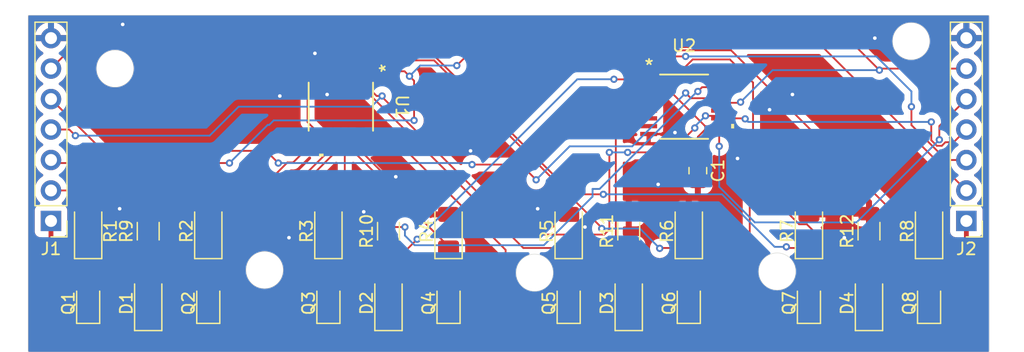
<source format=kicad_pcb>
(kicad_pcb (version 20221018) (generator pcbnew)
  (title_block (rev "1"))
  (layers (0 "F.Cu" signal "Front") (1 "In1.Cu" signal) (2 "In2.Cu" signal) (31 "B.Cu" signal "Back") (34 "B.Paste" user) (35 "F.Paste" user) (36 "B.SilkS" user "B.Silkscreen") (37 "F.SilkS" user "F.Silkscreen") (38 "B.Mask" user) (39 "F.Mask" user) (44 "Edge.Cuts" user))
  (net 0 "")
  (net 2 "Net-(D1-K)")
  (net 3 "Net-(D1-A)")
  (net 4 "Net-(D2-K)")
  (net 5 "Net-(D2-A)")
  (net 6 "Net-(D3-K)")
  (net 7 "Net-(D3-A)")
  (net 8 "Net-(D4-K)")
  (net 9 "Net-(D4-A)")
  (net 10 "VCC")
  (net 11 "Net-(J1-Pin_2)")
  (net 12 "Net-(J1-Pin_3)")
  (net 13 "Net-(J1-Pin_4)")
  (net 14 "Net-(J1-Pin_5)")
  (net 15 "Net-(J1-Pin_6)")
  (net 16 "GND")
  (net 17 "Net-(J2-Pin_2)")
  (net 18 "Net-(J2-Pin_5)")
  (net 19 "Net-(Q1-E)")
  (net 20 "Net-(Q2-E)")
  (net 21 "Net-(Q3-E)")
  (net 22 "Net-(Q4-E)")
  (net 23 "Net-(Q5-E)")
  (net 24 "Net-(Q6-E)")
  (net 25 "Net-(Q7-E)")
  (net 26 "Net-(Q8-E)")
  (footprint "Connector_PinHeader_2.54mm:PinHeader_1x07_P2.54mm_Vertical" (layer "F.Cu") (at 102.235 113.665 180)
    (fp_text reference "J1" (at 0 -2.33) (layer "F.SilkS"))
    (fp_text value "Conn_Input")
    (fp_line (start -1.33 -1.33) (end 0 -1.33) (stroke (width 0.12)) (layer "F.SilkS"))
    (fp_line (start -1.33 0) (end -1.33 -1.33) (stroke (width 0.12)) (layer "F.SilkS"))
    (fp_line (start -1.33 1.27) (end -1.33 16.57) (stroke (width 0.12)) (layer "F.SilkS"))
    (fp_line (start -1.33 1.27) (end 1.33 1.27) (stroke (width 0.12)) (layer "F.SilkS"))
    (fp_line (start -1.33 16.57) (end 1.33 16.57) (stroke (width 0.12)) (layer "F.SilkS"))
    (fp_line (start 1.33 1.27) (end 1.33 16.57) (stroke (width 0.12)) (layer "F.SilkS"))
    (pad "1" thru_hole rect (at 0 0 180) (size 1.7 1.7) (drill 1) (layers "*.Cu" "*.Mask") (net 10 "VCC"))
    (pad "2" thru_hole oval (at 0 2.54 180) (size 1.7 1.7) (drill 1) (layers "*.Cu" "*.Mask") (net 11 "Net-(J1-Pin_2)"))
    (pad "3" thru_hole oval (at 0 5.08 180) (size 1.7 1.7) (drill 1) (layers "*.Cu" "*.Mask") (net 12 "Net-(J1-Pin_3)"))
    (pad "4" thru_hole oval (at 0 7.62 180) (size 1.7 1.7) (drill 1) (layers "*.Cu" "*.Mask") (net 13 "Net-(J1-Pin_4)"))
    (pad "5" thru_hole oval (at 0 10.16 180) (size 1.7 1.7) (drill 1) (layers "*.Cu" "*.Mask") (net 14 "Net-(J1-Pin_5)"))
    (pad "6" thru_hole oval (at 0 12.7 180) (size 1.7 1.7) (drill 1) (layers "*.Cu" "*.Mask") (net 15 "Net-(J1-Pin_6)"))
    (pad "7" thru_hole oval (at 0 15.24 180) (size 1.7 1.7) (drill 1) (layers "*.Cu" "*.Mask") (net 16 "GND"))
  )
  (footprint "Diode_SMD:D_1206_3216Metric" (layer "F.Cu") (at 135.33 114.52 90)
    (fp_text reference "R4" (at 0 -1.82 90) (layer "F.SilkS"))
    (fp_text value "R_US")
    (fp_line (start -2.285 -1.135) (end -2.285 1.135) (stroke (width 0.12)) (layer "F.SilkS"))
    (fp_line (start -2.285 1.135) (end 1.6 1.135) (stroke (width 0.12)) (layer "F.SilkS"))
    (fp_line (start 1.6 -1.135) (end -2.285 -1.135) (stroke (width 0.12)) (layer "F.SilkS"))
    (pad "1" smd roundrect (at -1.4 0 90) (size 1.25 1.75) (layers "F.Cu" "F.Paste" "F.Mask") (roundrect_rratio 0.2) (net 22 "Net-(Q4-E)"))
    (pad "2" smd roundrect (at 1.4 0 90) (size 1.25 1.75) (layers "F.Cu" "F.Paste" "F.Mask") (roundrect_rratio 0.2) (net 16 "GND"))
  )
  (footprint "Diode_SMD:D_0805_2012Metric" (layer "F.Cu") (at 125.33 120.52 90)
    (fp_text reference "Q3" (at 0 -1.65 90) (layer "F.SilkS"))
    (fp_text value "B17L1PT")
    (fp_line (start -1.685 -0.96) (end -1.685 0.96) (stroke (width 0.12)) (layer "F.SilkS"))
    (fp_line (start -1.685 0.96) (end 1 0.96) (stroke (width 0.12)) (layer "F.SilkS"))
    (fp_line (start 1 -0.96) (end -1.685 -0.96) (stroke (width 0.12)) (layer "F.SilkS"))
    (pad "1" smd roundrect (at -0.9375 0 90) (size 0.975 1.4) (layers "F.Cu" "F.Paste" "F.Mask") (net 10 "VCC"))
    (pad "2" smd roundrect (at 0.9375 0 90) (size 0.975 1.4) (layers "F.Cu" "F.Paste" "F.Mask") (net 21 "Net-(Q3-E)"))
  )
  (footprint "Capacitor_SMD:C_0805_2012Metric" (layer "F.Cu") (at 156.083 109.474 -90)
    (fp_text reference "C1" (at 0 -1.68 90) (layer "F.SilkS"))
    (fp_text value "100nF")
    (fp_line (start -0.261252 -0.735) (end 0.261252 -0.735) (stroke (width 0.12)) (layer "F.SilkS"))
    (fp_line (start -0.261252 0.735) (end 0.261252 0.735) (stroke (width 0.12)) (layer "F.SilkS"))
    (pad "1" smd roundrect (at -0.95 0 270) (size 1 1.45) (layers "F.Cu" "F.Paste" "F.Mask") (net 10 "VCC"))
    (pad "2" smd roundrect (at 0.95 0 270) (size 1 1.45) (layers "F.Cu" "F.Paste" "F.Mask") (net 16 "GND"))
  )
  (footprint "Diode_SMD:D_1206_3216Metric" (layer "F.Cu") (at 165.33 114.52 90)
    (fp_text reference "R7" (at 0 -1.82 90) (layer "F.SilkS"))
    (fp_text value "R_US")
    (fp_line (start -2.285 -1.135) (end -2.285 1.135) (stroke (width 0.12)) (layer "F.SilkS"))
    (fp_line (start -2.285 1.135) (end 1.6 1.135) (stroke (width 0.12)) (layer "F.SilkS"))
    (fp_line (start 1.6 -1.135) (end -2.285 -1.135) (stroke (width 0.12)) (layer "F.SilkS"))
    (pad "1" smd roundrect (at -1.4 0 90) (size 1.25 1.75) (layers "F.Cu" "F.Paste" "F.Mask") (roundrect_rratio 0.2) (net 25 "Net-(Q7-E)"))
    (pad "2" smd roundrect (at 1.4 0 90) (size 1.25 1.75) (layers "F.Cu" "F.Paste" "F.Mask") (roundrect_rratio 0.2) (net 16 "GND"))
  )
  (footprint "Resistor_SMD:R_1206_3216Metric" (layer "F.Cu") (at 150.33 114.52 90)
    (fp_text reference "R11" (at 0 -1.82 90) (layer "F.SilkS"))
    (fp_text value "165")
    (fp_line (start -0.727064 -0.91) (end 0.727064 -0.91) (stroke (width 0.12)) (layer "F.SilkS"))
    (fp_line (start -0.727064 0.91) (end 0.727064 0.91) (stroke (width 0.12)) (layer "F.SilkS"))
    (pad "1" smd roundrect (at -1.4625 0 90) (size 1.125 1.75) (layers "F.Cu" "F.Paste" "F.Mask") (roundrect_rratio 0.222222) (net 6 "Net-(D3-K)"))
    (pad "2" smd roundrect (at 1.4625 0 90) (size 1.125 1.75) (layers "F.Cu" "F.Paste" "F.Mask") (roundrect_rratio 0.222222) (net 16 "GND"))
  )
  (footprint "Diode_SMD:D_0805_2012Metric" (layer "F.Cu") (at 115.33 120.52 90)
    (fp_text reference "Q2" (at 0 -1.65 90) (layer "F.SilkS"))
    (fp_text value "B17L1PT")
    (fp_line (start -1.685 -0.96) (end -1.685 0.96) (stroke (width 0.12)) (layer "F.SilkS"))
    (fp_line (start -1.685 0.96) (end 1 0.96) (stroke (width 0.12)) (layer "F.SilkS"))
    (fp_line (start 1 -0.96) (end -1.685 -0.96) (stroke (width 0.12)) (layer "F.SilkS"))
    (pad "1" smd roundrect (at -0.9375 0 90) (size 0.975 1.4) (layers "F.Cu" "F.Paste" "F.Mask") (net 10 "VCC"))
    (pad "2" smd roundrect (at 0.9375 0 90) (size 0.975 1.4) (layers "F.Cu" "F.Paste" "F.Mask") (net 20 "Net-(Q2-E)"))
  )
  (footprint "Diode_SMD:D_1206_3216Metric" (layer "F.Cu") (at 175.33 114.52 90)
    (fp_text reference "R8" (at 0 -1.82 90) (layer "F.SilkS"))
    (fp_text value "R_US")
    (fp_line (start -2.285 -1.135) (end -2.285 1.135) (stroke (width 0.12)) (layer "F.SilkS"))
    (fp_line (start -2.285 1.135) (end 1.6 1.135) (stroke (width 0.12)) (layer "F.SilkS"))
    (fp_line (start 1.6 -1.135) (end -2.285 -1.135) (stroke (width 0.12)) (layer "F.SilkS"))
    (pad "1" smd roundrect (at -1.4 0 90) (size 1.25 1.75) (layers "F.Cu" "F.Paste" "F.Mask") (roundrect_rratio 0.2) (net 26 "Net-(Q8-E)"))
    (pad "2" smd roundrect (at 1.4 0 90) (size 1.25 1.75) (layers "F.Cu" "F.Paste" "F.Mask") (roundrect_rratio 0.2) (net 16 "GND"))
  )
  (footprint "Resistor_SMD:R_1206_3216Metric" (layer "F.Cu") (at 130.33 114.52 90)
    (fp_text reference "R10" (at 0 -1.82 90) (layer "F.SilkS"))
    (fp_text value "165")
    (fp_line (start -0.727064 -0.91) (end 0.727064 -0.91) (stroke (width 0.12)) (layer "F.SilkS"))
    (fp_line (start -0.727064 0.91) (end 0.727064 0.91) (stroke (width 0.12)) (layer "F.SilkS"))
    (pad "1" smd roundrect (at -1.4625 0 90) (size 1.125 1.75) (layers "F.Cu" "F.Paste" "F.Mask") (roundrect_rratio 0.222222) (net 4 "Net-(D2-K)"))
    (pad "2" smd roundrect (at 1.4625 0 90) (size 1.125 1.75) (layers "F.Cu" "F.Paste" "F.Mask") (roundrect_rratio 0.222222) (net 16 "GND"))
  )
  (footprint "Diode_SMD:D_1206_3216Metric" (layer "F.Cu") (at 115.33 114.52 90)
    (fp_text reference "R2" (at 0 -1.82 90) (layer "F.SilkS"))
    (fp_text value "R_US")
    (fp_line (start -2.285 -1.135) (end -2.285 1.135) (stroke (width 0.12)) (layer "F.SilkS"))
    (fp_line (start -2.285 1.135) (end 1.6 1.135) (stroke (width 0.12)) (layer "F.SilkS"))
    (fp_line (start 1.6 -1.135) (end -2.285 -1.135) (stroke (width 0.12)) (layer "F.SilkS"))
    (pad "1" smd roundrect (at -1.4 0 90) (size 1.25 1.75) (layers "F.Cu" "F.Paste" "F.Mask") (roundrect_rratio 0.2) (net 20 "Net-(Q2-E)"))
    (pad "2" smd roundrect (at 1.4 0 90) (size 1.25 1.75) (layers "F.Cu" "F.Paste" "F.Mask") (roundrect_rratio 0.2) (net 16 "GND"))
  )
  (footprint "Diode_SMD:D_0805_2012Metric" (layer "F.Cu") (at 105.33 120.52 90)
    (fp_text reference "Q1" (at 0 -1.65 90) (layer "F.SilkS"))
    (fp_text value "B17L1PT")
    (fp_line (start -1.685 -0.96) (end -1.685 0.96) (stroke (width 0.12)) (layer "F.SilkS"))
    (fp_line (start -1.685 0.96) (end 1 0.96) (stroke (width 0.12)) (layer "F.SilkS"))
    (fp_line (start 1 -0.96) (end -1.685 -0.96) (stroke (width 0.12)) (layer "F.SilkS"))
    (pad "1" smd roundrect (at -0.9375 0 90) (size 0.975 1.4) (layers "F.Cu" "F.Paste" "F.Mask") (net 10 "VCC"))
    (pad "2" smd roundrect (at 0.9375 0 90) (size 0.975 1.4) (layers "F.Cu" "F.Paste" "F.Mask") (net 19 "Net-(Q1-E)"))
  )
  (footprint "Anthony Personal:TSSOP16_PW_TEX" (layer "F.Cu") (at 154.94 104.14)
    (fp_text reference "U2" (at 0 -5.08 unlocked) (layer "F.SilkS"))
    (fp_text value "SN74HCS595PWR")
    (fp_text user "*" (at -2.921 -3.429) (layer "F.SilkS"))
    (fp_line (start -2.004569 2.6797) (end 2.004569 2.6797) (stroke (width 0.1524)) (layer "F.SilkS"))
    (fp_line (start 2.004569 -2.6797) (end -2.004569 -2.6797) (stroke (width 0.1524)) (layer "F.SilkS"))
    (fp_poly (pts (xy 4.1656 1.434465) (xy 4.1656 1.815465) (xy 3.9116 1.815465) (xy 3.9116 1.434465)) (fill solid) (layer "F.SilkS"))
    (pad "1" smd rect (at -2.95275 -2.274951) (size 1.4097 0.3556) (layers "F.Cu" "F.Paste" "F.Mask") (net 5 "Net-(D2-A)"))
    (pad "2" smd rect (at -2.95275 -1.624965) (size 1.4097 0.3556) (layers "F.Cu" "F.Paste" "F.Mask") (net 7 "Net-(D3-A)"))
    (pad "3" smd rect (at -2.95275 -0.974979) (size 1.4097 0.3556) (layers "F.Cu" "F.Paste" "F.Mask") (net 9 "Net-(D4-A)"))
    (pad "4" smd rect (at -2.95275 -0.324993) (size 1.4097 0.3556) (layers "F.Cu" "F.Paste" "F.Mask"))
    (pad "5" smd rect (at -2.95275 0.324993) (size 1.4097 0.3556) (layers "F.Cu" "F.Paste" "F.Mask"))
    (pad "6" smd rect (at -2.95275 0.974979) (size 1.4097 0.3556) (layers "F.Cu" "F.Paste" "F.Mask"))
    (pad "7" smd rect (at -2.95275 1.624965) (size 1.4097 0.3556) (layers "F.Cu" "F.Paste" "F.Mask"))
    (pad "8" smd rect (at -2.95275 2.274951) (size 1.4097 0.3556) (layers "F.Cu" "F.Paste" "F.Mask") (net 16 "GND"))
    (pad "9" smd rect (at 2.95275 2.274951) (size 1.4097 0.3556) (layers "F.Cu" "F.Paste" "F.Mask") (net 18 "Net-(J2-Pin_5)"))
    (pad "10" smd rect (at 2.95275 1.624965) (size 1.4097 0.3556) (layers "F.Cu" "F.Paste" "F.Mask") (net 10 "VCC"))
    (pad "11" smd rect (at 2.95275 0.974979) (size 1.4097 0.3556) (layers "F.Cu" "F.Paste" "F.Mask") (net 13 "Net-(J1-Pin_4)"))
    (pad "12" smd rect (at 2.95275 0.324993) (size 1.4097 0.3556) (layers "F.Cu" "F.Paste" "F.Mask") (net 13 "Net-(J1-Pin_4)"))
    (pad "13" smd rect (at 2.95275 -0.324993) (size 1.4097 0.3556) (layers "F.Cu" "F.Paste" "F.Mask") (net 15 "Net-(J1-Pin_6)"))
    (pad "14" smd rect (at 2.95275 -0.974979) (size 1.4097 0.3556) (layers "F.Cu" "F.Paste" "F.Mask") (net 14 "Net-(J1-Pin_5)"))
    (pad "15" smd rect (at 2.95275 -1.624965) (size 1.4097 0.3556) (layers "F.Cu" "F.Paste" "F.Mask") (net 3 "Net-(D1-A)"))
    (pad "16" smd rect (at 2.95275 -2.274951) (size 1.4097 0.3556) (layers "F.Cu" "F.Paste" "F.Mask") (net 10 "VCC"))
  )
  (footprint "Diode_SMD:D_0805_2012Metric" (layer "F.Cu") (at 135.33 120.52 90)
    (fp_text reference "Q4" (at 0 -1.65 90) (layer "F.SilkS"))
    (fp_text value "B17L1PT")
    (fp_line (start -1.685 -0.96) (end -1.685 0.96) (stroke (width 0.12)) (layer "F.SilkS"))
    (fp_line (start -1.685 0.96) (end 1 0.96) (stroke (width 0.12)) (layer "F.SilkS"))
    (fp_line (start 1 -0.96) (end -1.685 -0.96) (stroke (width 0.12)) (layer "F.SilkS"))
    (pad "1" smd roundrect (at -0.9375 0 90) (size 0.975 1.4) (layers "F.Cu" "F.Paste" "F.Mask") (net 10 "VCC"))
    (pad "2" smd roundrect (at 0.9375 0 90) (size 0.975 1.4) (layers "F.Cu" "F.Paste" "F.Mask") (net 22 "Net-(Q4-E)"))
  )
  (footprint "Resistor_SMD:R_1206_3216Metric" (layer "F.Cu") (at 110.33 114.52 90)
    (fp_text reference "R9" (at 0 -1.82 90) (layer "F.SilkS"))
    (fp_text value "165")
    (fp_line (start -0.727064 -0.91) (end 0.727064 -0.91) (stroke (width 0.12)) (layer "F.SilkS"))
    (fp_line (start -0.727064 0.91) (end 0.727064 0.91) (stroke (width 0.12)) (layer "F.SilkS"))
    (pad "1" smd roundrect (at -1.4625 0 90) (size 1.125 1.75) (layers "F.Cu" "F.Paste" "F.Mask") (roundrect_rratio 0.222222) (net 2 "Net-(D1-K)"))
    (pad "2" smd roundrect (at 1.4625 0 90) (size 1.125 1.75) (layers "F.Cu" "F.Paste" "F.Mask") (roundrect_rratio 0.222222) (net 16 "GND"))
  )
  (footprint "LED_SMD:LED_1206_3216Metric" (layer "F.Cu") (at 130.33 120.52 90)
    (fp_text reference "D2" (at 0 -1.82 90) (layer "F.SilkS"))
    (fp_text value "B15W1IR")
    (fp_line (start -2.285 -1.135) (end -2.285 1.135) (stroke (width 0.12)) (layer "F.SilkS"))
    (fp_line (start -2.285 1.135) (end 1.6 1.135) (stroke (width 0.12)) (layer "F.SilkS"))
    (fp_line (start 1.6 -1.135) (end -2.285 -1.135) (stroke (width 0.12)) (layer "F.SilkS"))
    (pad "1" smd roundrect (at -1.4 0 90) (size 1.25 1.75) (layers "F.Cu" "F.Paste" "F.Mask") (roundrect_rratio 0.2) (net 4 "Net-(D2-K)"))
    (pad "2" smd roundrect (at 1.4 0 90) (size 1.25 1.75) (layers "F.Cu" "F.Paste" "F.Mask") (roundrect_rratio 0.2) (net 5 "Net-(D2-A)"))
  )
  (footprint "Anthony Personal:TSSOP16_PW_TEX" (layer "F.Cu") (at 126.365 104.14 -90)
    (fp_text reference "U1" (at 0 -5.08 -90 unlocked) (layer "F.SilkS"))
    (fp_text value "74LV165PW-Q100J")
    (fp_text user "*" (at -3.20675 -3.773551 -90) (layer "F.SilkS"))
    (fp_line (start -2.004569 2.6797) (end 2.004569 2.6797) (stroke (width 0.1524)) (layer "F.SilkS"))
    (fp_line (start 2.004569 -2.6797) (end -2.004569 -2.6797) (stroke (width 0.1524)) (layer "F.SilkS"))
    (fp_poly (pts (xy 4.1656 1.434465) (xy 4.1656 1.815465) (xy 3.9116 1.815465) (xy 3.9116 1.434465)) (fill solid) (layer "F.SilkS"))
    (pad "1" smd rect (at -2.95275 -2.274951 270) (size 1.4097 0.3556) (layers "F.Cu" "F.Paste" "F.Mask") (net 12 "Net-(J1-Pin_3)"))
    (pad "2" smd rect (at -2.95275 -1.624965 270) (size 1.4097 0.3556) (layers "F.Cu" "F.Paste" "F.Mask") (net 13 "Net-(J1-Pin_4)"))
    (pad "3" smd rect (at -2.95275 -0.974979 270) (size 1.4097 0.3556) (layers "F.Cu" "F.Paste" "F.Mask") (net 23 "Net-(Q5-E)"))
    (pad "4" smd rect (at -2.95275 -0.324993 270) (size 1.4097 0.3556) (layers "F.Cu" "F.Paste" "F.Mask") (net 24 "Net-(Q6-E)"))
    (pad "5" smd rect (at -2.95275 0.324993 270) (size 1.4097 0.3556) (layers "F.Cu" "F.Paste" "F.Mask") (net 25 "Net-(Q7-E)"))
    (pad "6" smd rect (at -2.95275 0.974979 270) (size 1.4097 0.3556) (layers "F.Cu" "F.Paste" "F.Mask") (net 26 "Net-(Q8-E)"))
    (pad "7" smd rect (at -2.95275 1.624965 270) (size 1.4097 0.3556) (layers "F.Cu" "F.Paste" "F.Mask"))
    (pad "8" smd rect (at -2.95275 2.274951 270) (size 1.4097 0.3556) (layers "F.Cu" "F.Paste" "F.Mask") (net 16 "GND"))
    (pad "9" smd rect (at 2.95275 2.274951 270) (size 1.4097 0.3556) (layers "F.Cu" "F.Paste" "F.Mask") (net 11 "Net-(J1-Pin_2)"))
    (pad "10" smd rect (at 2.95275 1.624965 270) (size 1.4097 0.3556) (layers "F.Cu" "F.Paste" "F.Mask") (net 17 "Net-(J2-Pin_2)"))
    (pad "11" smd rect (at 2.95275 0.974979 270) (size 1.4097 0.3556) (layers "F.Cu" "F.Paste" "F.Mask") (net 19 "Net-(Q1-E)"))
    (pad "12" smd rect (at 2.95275 0.324993 270) (size 1.4097 0.3556) (layers "F.Cu" "F.Paste" "F.Mask") (net 20 "Net-(Q2-E)"))
    (pad "13" smd rect (at 2.95275 -0.324993 270) (size 1.4097 0.3556) (layers "F.Cu" "F.Paste" "F.Mask") (net 21 "Net-(Q3-E)"))
    (pad "14" smd rect (at 2.95275 -0.974979 270) (size 1.4097 0.3556) (layers "F.Cu" "F.Paste" "F.Mask") (net 22 "Net-(Q4-E)"))
    (pad "15" smd rect (at 2.95275 -1.624965 270) (size 1.4097 0.3556) (layers "F.Cu" "F.Paste" "F.Mask") (net 16 "GND"))
    (pad "16" smd rect (at 2.95275 -2.274951 270) (size 1.4097 0.3556) (layers "F.Cu" "F.Paste" "F.Mask") (net 10 "VCC"))
  )
  (footprint "LED_SMD:LED_1206_3216Metric" (layer "F.Cu") (at 170.33 120.52 90)
    (fp_text reference "D4" (at 0 -1.82 90) (layer "F.SilkS"))
    (fp_text value "B15W1IR")
    (fp_line (start -2.285 -1.135) (end -2.285 1.135) (stroke (width 0.12)) (layer "F.SilkS"))
    (fp_line (start -2.285 1.135) (end 1.6 1.135) (stroke (width 0.12)) (layer "F.SilkS"))
    (fp_line (start 1.6 -1.135) (end -2.285 -1.135) (stroke (width 0.12)) (layer "F.SilkS"))
    (pad "1" smd roundrect (at -1.4 0 90) (size 1.25 1.75) (layers "F.Cu" "F.Paste" "F.Mask") (roundrect_rratio 0.2) (net 8 "Net-(D4-K)"))
    (pad "2" smd roundrect (at 1.4 0 90) (size 1.25 1.75) (layers "F.Cu" "F.Paste" "F.Mask") (roundrect_rratio 0.2) (net 9 "Net-(D4-A)"))
  )
  (footprint "LED_SMD:LED_1206_3216Metric" (layer "F.Cu") (at 110.33 120.52 90)
    (fp_text reference "D1" (at 0 -1.82 90) (layer "F.SilkS"))
    (fp_text value "B15W1IR")
    (fp_line (start -2.285 -1.135) (end -2.285 1.135) (stroke (width 0.12)) (layer "F.SilkS"))
    (fp_line (start -2.285 1.135) (end 1.6 1.135) (stroke (width 0.12)) (layer "F.SilkS"))
    (fp_line (start 1.6 -1.135) (end -2.285 -1.135) (stroke (width 0.12)) (layer "F.SilkS"))
    (pad "1" smd roundrect (at -1.4 0 90) (size 1.25 1.75) (layers "F.Cu" "F.Paste" "F.Mask") (roundrect_rratio 0.2) (net 2 "Net-(D1-K)"))
    (pad "2" smd roundrect (at 1.4 0 90) (size 1.25 1.75) (layers "F.Cu" "F.Paste" "F.Mask") (roundrect_rratio 0.2) (net 3 "Net-(D1-A)"))
  )
  (footprint "Diode_SMD:D_1206_3216Metric" (layer "F.Cu") (at 145.33 114.52 90)
    (fp_text reference "R5" (at 0 -1.82 90) (layer "F.SilkS"))
    (fp_text value "R_US")
    (fp_line (start -2.285 -1.135) (end -2.285 1.135) (stroke (width 0.12)) (layer "F.SilkS"))
    (fp_line (start -2.285 1.135) (end 1.6 1.135) (stroke (width 0.12)) (layer "F.SilkS"))
    (fp_line (start 1.6 -1.135) (end -2.285 -1.135) (stroke (width 0.12)) (layer "F.SilkS"))
    (pad "1" smd roundrect (at -1.4 0 90) (size 1.25 1.75) (layers "F.Cu" "F.Paste" "F.Mask") (roundrect_rratio 0.2) (net 23 "Net-(Q5-E)"))
    (pad "2" smd roundrect (at 1.4 0 90) (size 1.25 1.75) (layers "F.Cu" "F.Paste" "F.Mask") (roundrect_rratio 0.2) (net 16 "GND"))
  )
  (footprint "LED_SMD:LED_1206_3216Metric" (layer "F.Cu") (at 150.33 120.52 90)
    (fp_text reference "D3" (at 0 -1.82 90) (layer "F.SilkS"))
    (fp_text value "B15W1IR")
    (fp_line (start -2.285 -1.135) (end -2.285 1.135) (stroke (width 0.12)) (layer "F.SilkS"))
    (fp_line (start -2.285 1.135) (end 1.6 1.135) (stroke (width 0.12)) (layer "F.SilkS"))
    (fp_line (start 1.6 -1.135) (end -2.285 -1.135) (stroke (width 0.12)) (layer "F.SilkS"))
    (pad "1" smd roundrect (at -1.4 0 90) (size 1.25 1.75) (layers "F.Cu" "F.Paste" "F.Mask") (roundrect_rratio 0.2) (net 6 "Net-(D3-K)"))
    (pad "2" smd roundrect (at 1.4 0 90) (size 1.25 1.75) (layers "F.Cu" "F.Paste" "F.Mask") (roundrect_rratio 0.2) (net 7 "Net-(D3-A)"))
  )
  (footprint "Diode_SMD:D_1206_3216Metric" (layer "F.Cu") (at 125.33 114.52 90)
    (fp_text reference "R3" (at 0 -1.82 90) (layer "F.SilkS"))
    (fp_text value "R_US")
    (fp_line (start -2.285 -1.135) (end -2.285 1.135) (stroke (width 0.12)) (layer "F.SilkS"))
    (fp_line (start -2.285 1.135) (end 1.6 1.135) (stroke (width 0.12)) (layer "F.SilkS"))
    (fp_line (start 1.6 -1.135) (end -2.285 -1.135) (stroke (width 0.12)) (layer "F.SilkS"))
    (pad "1" smd roundrect (at -1.4 0 90) (size 1.25 1.75) (layers "F.Cu" "F.Paste" "F.Mask") (roundrect_rratio 0.2) (net 21 "Net-(Q3-E)"))
    (pad "2" smd roundrect (at 1.4 0 90) (size 1.25 1.75) (layers "F.Cu" "F.Paste" "F.Mask") (roundrect_rratio 0.2) (net 16 "GND"))
  )
  (footprint "Diode_SMD:D_1206_3216Metric" (layer "F.Cu") (at 105.33 114.52 90)
    (fp_text reference "R1" (at 0 1.858 90) (layer "F.SilkS"))
    (fp_text value "R_US")
    (fp_line (start -2.285 -1.135) (end -2.285 1.135) (stroke (width 0.12)) (layer "F.SilkS"))
    (fp_line (start -2.285 1.135) (end 1.6 1.135) (stroke (width 0.12)) (layer "F.SilkS"))
    (fp_line (start 1.6 -1.135) (end -2.285 -1.135) (stroke (width 0.12)) (layer "F.SilkS"))
    (pad "1" smd roundrect (at -1.4 0 90) (size 1.25 1.75) (layers "F.Cu" "F.Paste" "F.Mask") (roundrect_rratio 0.2) (net 19 "Net-(Q1-E)"))
    (pad "2" smd roundrect (at 1.4 0 90) (size 1.25 1.75) (layers "F.Cu" "F.Paste" "F.Mask") (roundrect_rratio 0.2) (net 16 "GND"))
  )
  (footprint "Resistor_SMD:R_1206_3216Metric" (layer "F.Cu") (at 170.33 114.52 90)
    (fp_text reference "R12" (at 0 -1.82 90) (layer "F.SilkS"))
    (fp_text value "165")
    (fp_line (start -0.727064 -0.91) (end 0.727064 -0.91) (stroke (width 0.12)) (layer "F.SilkS"))
    (fp_line (start -0.727064 0.91) (end 0.727064 0.91) (stroke (width 0.12)) (layer "F.SilkS"))
    (pad "1" smd roundrect (at -1.4625 0 90) (size 1.125 1.75) (layers "F.Cu" "F.Paste" "F.Mask") (roundrect_rratio 0.222222) (net 8 "Net-(D4-K)"))
    (pad "2" smd roundrect (at 1.4625 0 90) (size 1.125 1.75) (layers "F.Cu" "F.Paste" "F.Mask") (roundrect_rratio 0.222222) (net 16 "GND"))
  )
  (footprint "Connector_PinHeader_2.54mm:PinHeader_1x07_P2.54mm_Vertical" (layer "F.Cu") (at 178.435 113.665 180)
    (fp_text reference "J2" (at 0 -2.33) (layer "F.SilkS"))
    (fp_text value "Conn_Output")
    (fp_line (start -1.33 -1.33) (end 0 -1.33) (stroke (width 0.12)) (layer "F.SilkS"))
    (fp_line (start -1.33 0) (end -1.33 -1.33) (stroke (width 0.12)) (layer "F.SilkS"))
    (fp_line (start -1.33 1.27) (end -1.33 16.57) (stroke (width 0.12)) (layer "F.SilkS"))
    (fp_line (start -1.33 1.27) (end 1.33 1.27) (stroke (width 0.12)) (layer "F.SilkS"))
    (fp_line (start -1.33 16.57) (end 1.33 16.57) (stroke (width 0.12)) (layer "F.SilkS"))
    (fp_line (start 1.33 1.27) (end 1.33 16.57) (stroke (width 0.12)) (layer "F.SilkS"))
    (pad "1" thru_hole rect (at 0 0 180) (size 1.7 1.7) (drill 1) (layers "*.Cu" "*.Mask") (net 10 "VCC"))
    (pad "2" thru_hole oval (at 0 2.54 180) (size 1.7 1.7) (drill 1) (layers "*.Cu" "*.Mask") (net 17 "Net-(J2-Pin_2)"))
    (pad "3" thru_hole oval (at 0 5.08 180) (size 1.7 1.7) (drill 1) (layers "*.Cu" "*.Mask") (net 12 "Net-(J1-Pin_3)"))
    (pad "4" thru_hole oval (at 0 7.62 180) (size 1.7 1.7) (drill 1) (layers "*.Cu" "*.Mask") (net 13 "Net-(J1-Pin_4)"))
    (pad "5" thru_hole oval (at 0 10.16 180) (size 1.7 1.7) (drill 1) (layers "*.Cu" "*.Mask") (net 18 "Net-(J2-Pin_5)"))
    (pad "6" thru_hole oval (at 0 12.7 180) (size 1.7 1.7) (drill 1) (layers "*.Cu" "*.Mask") (net 15 "Net-(J1-Pin_6)"))
    (pad "7" thru_hole oval (at 0 15.24 180) (size 1.7 1.7) (drill 1) (layers "*.Cu" "*.Mask") (net 16 "GND"))
  )
  (footprint "Diode_SMD:D_0805_2012Metric" (layer "F.Cu") (at 175.33 120.52 90)
    (fp_text reference "Q8" (at 0 -1.65 90) (layer "F.SilkS"))
    (fp_text value "B17L1PT")
    (fp_line (start -1.685 -0.96) (end -1.685 0.96) (stroke (width 0.12)) (layer "F.SilkS"))
    (fp_line (start -1.685 0.96) (end 1 0.96) (stroke (width 0.12)) (layer "F.SilkS"))
    (fp_line (start 1 -0.96) (end -1.685 -0.96) (stroke (width 0.12)) (layer "F.SilkS"))
    (pad "1" smd roundrect (at -0.9375 0 90) (size 0.975 1.4) (layers "F.Cu" "F.Paste" "F.Mask") (net 10 "VCC"))
    (pad "2" smd roundrect (at 0.9375 0 90) (size 0.975 1.4) (layers "F.Cu" "F.Paste" "F.Mask") (net 26 "Net-(Q8-E)"))
  )
  (footprint "Diode_SMD:D_0805_2012Metric" (layer "F.Cu") (at 165.33 120.52 90)
    (fp_text reference "Q7" (at 0 -1.65 90) (layer "F.SilkS"))
    (fp_text value "B17L1PT")
    (fp_line (start -1.685 -0.96) (end -1.685 0.96) (stroke (width 0.12)) (layer "F.SilkS"))
    (fp_line (start -1.685 0.96) (end 1 0.96) (stroke (width 0.12)) (layer "F.SilkS"))
    (fp_line (start 1 -0.96) (end -1.685 -0.96) (stroke (width 0.12)) (layer "F.SilkS"))
    (pad "1" smd roundrect (at -0.9375 0 90) (size 0.975 1.4) (layers "F.Cu" "F.Paste" "F.Mask") (net 10 "VCC"))
    (pad "2" smd roundrect (at 0.9375 0 90) (size 0.975 1.4) (layers "F.Cu" "F.Paste" "F.Mask") (net 25 "Net-(Q7-E)"))
  )
  (footprint "Diode_SMD:D_1206_3216Metric" (layer "F.Cu") (at 155.33 114.52 90)
    (fp_text reference "R6" (at 0 -1.82 90) (layer "F.SilkS"))
    (fp_text value "R_US")
    (fp_line (start -2.285 -1.135) (end -2.285 1.135) (stroke (width 0.12)) (layer "F.SilkS"))
    (fp_line (start -2.285 1.135) (end 1.6 1.135) (stroke (width 0.12)) (layer "F.SilkS"))
    (fp_line (start 1.6 -1.135) (end -2.285 -1.135) (stroke (width 0.12)) (layer "F.SilkS"))
    (pad "1" smd roundrect (at -1.4 0 90) (size 1.25 1.75) (layers "F.Cu" "F.Paste" "F.Mask") (roundrect_rratio 0.2) (net 24 "Net-(Q6-E)"))
    (pad "2" smd roundrect (at 1.4 0 90) (size 1.25 1.75) (layers "F.Cu" "F.Paste" "F.Mask") (roundrect_rratio 0.2) (net 16 "GND"))
  )
  (footprint "Diode_SMD:D_0805_2012Metric" (layer "F.Cu") (at 155.33 120.52 90)
    (fp_text reference "Q6" (at 0 -1.65 90) (layer "F.SilkS"))
    (fp_text value "B17L1PT")
    (fp_line (start -1.685 -0.96) (end -1.685 0.96) (stroke (width 0.12)) (layer "F.SilkS"))
    (fp_line (start -1.685 0.96) (end 1 0.96) (stroke (width 0.12)) (layer "F.SilkS"))
    (fp_line (start 1 -0.96) (end -1.685 -0.96) (stroke (width 0.12)) (layer "F.SilkS"))
    (pad "1" smd roundrect (at -0.9375 0 90) (size 0.975 1.4) (layers "F.Cu" "F.Paste" "F.Mask") (net 10 "VCC"))
    (pad "2" smd roundrect (at 0.9375 0 90) (size 0.975 1.4) (layers "F.Cu" "F.Paste" "F.Mask") (net 24 "Net-(Q6-E)"))
  )
  (footprint "Diode_SMD:D_0805_2012Metric" (layer "F.Cu") (at 145.33 120.52 90)
    (fp_text reference "Q5" (at 0 -1.65 90) (layer "F.SilkS"))
    (fp_text value "B17L1PT")
    (fp_line (start -1.685 -0.96) (end -1.685 0.96) (stroke (width 0.12)) (layer "F.SilkS"))
    (fp_line (start -1.685 0.96) (end 1 0.96) (stroke (width 0.12)) (layer "F.SilkS"))
    (fp_line (start 1 -0.96) (end -1.685 -0.96) (stroke (width 0.12)) (layer "F.SilkS"))
    (pad "1" smd roundrect (at -0.9375 0 90) (size 0.975 1.4) (layers "F.Cu" "F.Paste" "F.Mask") (net 10 "VCC"))
    (pad "2" smd roundrect (at 0.9375 0 90) (size 0.975 1.4) (layers "F.Cu" "F.Paste" "F.Mask") (net 23 "Net-(Q5-E)"))
  )
  (gr_circle (center 162.687 117.882) (end 164.237 117.882) (stroke (width 0.0381)) (fill none) (layer "Edge.Cuts"))
  (gr_circle (center 142.494 117.983) (end 144.044 117.983) (stroke (width 0.0381)) (fill none) (layer "Edge.Cuts"))
  (gr_circle (center 173.837 98.679) (end 175.387 98.679) (stroke (width 0.0381)) (fill none) (layer "Edge.Cuts"))
  (gr_circle (center 107.569 100.965) (end 109.119 100.965) (stroke (width 0.0381)) (fill none) (layer "Edge.Cuts"))
  (gr_rect (start 100.33 96.52) (end 180.33 124.587) (stroke (width 0.0381)) (fill none) (layer "Edge.Cuts"))
  (gr_circle (center 120.015 117.755) (end 121.565 117.755) (stroke (width 0.0381)) (fill none) (layer "Edge.Cuts"))
  (segment (start 109.253 120.843) (end 110.33 121.92) (width 0.15) (layer "F.Cu") (net 2))
  (segment (start 110.33 115.9825) (end 109.253 117.0595) (width 0.15) (layer "F.Cu") (net 2))
  (segment (start 109.253 117.0595) (end 109.253 120.843) (width 0.15) (layer "F.Cu") (net 2))
  (segment (start 110.33 119.12) (end 111.482 120.272) (width 0.15) (layer "F.Cu") (net 3))
  (segment (start 127.77225 118.470636) (end 127.77225 115.761524) (width 0.15) (layer "F.Cu") (net 3))
  (segment (start 156.437965 102.515035) (end 157.89275 102.515035) (width 0.15) (layer "F.Cu") (net 3))
  (segment (start 111.482 120.272) (end 125.970886 120.272) (width 0.15) (layer "F.Cu") (net 3))
  (segment (start 129.360774 114.173) (end 131.699 114.173) (width 0.15) (layer "F.Cu") (net 3))
  (segment (start 125.970886 120.272) (end 127.77225 118.470636) (width 0.15) (layer "F.Cu") (net 3))
  (segment (start 156.083 102.87) (end 156.437965 102.515035) (width 0.15) (layer "F.Cu") (net 3))
  (segment (start 127.77225 115.761524) (end 129.360774 114.173) (width 0.15) (layer "F.Cu") (net 3))
  (via (at 156.083 102.87) (size 0.6) (drill 0.3) (layers "F.Cu" "B.Cu") (net 3))
  (via (at 131.699 114.173) (size 0.6) (drill 0.3) (layers "F.Cu" "B.Cu") (net 3))
  (segment (start 147.902936 110.998) (end 156.030936 102.87) (width 0.15) (layer "B.Cu") (net 3))
  (segment (start 131.699 114.882936) (end 132.507064 115.691) (width 0.15) (layer "B.Cu") (net 3))
  (segment (start 147.32 110.998) (end 147.902936 110.998) (width 0.15) (layer "B.Cu") (net 3))
  (segment (start 131.699 114.173) (end 131.699 114.882936) (width 0.15) (layer "B.Cu") (net 3))
  (segment (start 147.32 111.633) (end 147.32 110.998) (width 0.15) (layer "B.Cu") (net 3))
  (segment (start 132.507064 115.691) (end 143.262 115.691) (width 0.15) (layer "B.Cu") (net 3))
  (segment (start 156.030936 102.87) (end 156.083 102.87) (width 0.15) (layer "B.Cu") (net 3))
  (segment (start 143.262 115.691) (end 147.32 111.633) (width 0.15) (layer "B.Cu") (net 3))
  (segment (start 129.253 120.843) (end 130.33 121.92) (width 0.15) (layer "F.Cu") (net 4))
  (segment (start 130.33 115.9825) (end 129.253 117.0595) (width 0.15) (layer "F.Cu") (net 4))
  (segment (start 129.253 117.0595) (end 129.253 120.843) (width 0.15) (layer "F.Cu") (net 4))
  (segment (start 149.098 101.854) (end 149.109049 101.865049) (width 0.15) (layer "F.Cu") (net 5))
  (segment (start 149.109049 101.865049) (end 151.98725 101.865049) (width 0.15) (layer "F.Cu") (net 5))
  (segment (start 130.33 119.12) (end 130.33 117.574) (width 0.15) (layer "F.Cu") (net 5))
  (segment (start 130.33 117.574) (end 132.715 115.189) (width 0.15) (layer "F.Cu") (net 5))
  (via (at 149.098 101.854) (size 0.6) (drill 0.3) (layers "F.Cu" "B.Cu") (net 5))
  (via (at 132.715 115.189) (size 0.6) (drill 0.3) (layers "F.Cu" "B.Cu") (net 5))
  (segment (start 132.715 115.189) (end 146.05 101.854) (width 0.15) (layer "B.Cu") (net 5))
  (segment (start 146.05 101.854) (end 149.098 101.854) (width 0.15) (layer "B.Cu") (net 5))
  (segment (start 150.33 115.9825) (end 151.407 117.0595) (width 0.15) (layer "F.Cu") (net 6))
  (segment (start 151.407 120.843) (end 150.33 121.92) (width 0.15) (layer "F.Cu") (net 6))
  (segment (start 151.407 117.0595) (end 151.407 120.843) (width 0.15) (layer "F.Cu") (net 6))
  (segment (start 150.976965 102.515035) (end 151.98725 102.515035) (width 0.15) (layer "F.Cu") (net 7))
  (segment (start 149.253 104.239) (end 150.976965 102.515035) (width 0.15) (layer "F.Cu") (net 7))
  (segment (start 149.253 118.043) (end 149.253 104.239) (width 0.15) (layer "F.Cu") (net 7))
  (segment (start 150.33 119.12) (end 149.253 118.043) (width 0.15) (layer "F.Cu") (net 7))
  (segment (start 170.33 115.9825) (end 171.407 117.0595) (width 0.15) (layer "F.Cu") (net 8))
  (segment (start 171.407 117.0595) (end 171.407 120.843) (width 0.15) (layer "F.Cu") (net 8))
  (segment (start 171.407 120.843) (end 170.33 121.92) (width 0.15) (layer "F.Cu") (net 8))
  (segment (start 165.157 113.947) (end 164.517774 113.947) (width 0.15) (layer "F.Cu") (net 9))
  (segment (start 160.678 110.107226) (end 160.678 102.131) (width 0.15) (layer "F.Cu") (net 9))
  (segment (start 155.654121 100.203) (end 152.6921 103.165021) (width 0.15) (layer "F.Cu") (net 9))
  (segment (start 152.6921 103.165021) (end 151.98725 103.165021) (width 0.15) (layer "F.Cu") (net 9))
  (segment (start 158.75 100.203) (end 155.654121 100.203) (width 0.15) (layer "F.Cu") (net 9))
  (segment (start 164.517774 113.947) (end 160.678 110.107226) (width 0.15) (layer "F.Cu") (net 9))
  (segment (start 160.678 102.131) (end 158.75 100.203) (width 0.15) (layer "F.Cu") (net 9))
  (segment (start 170.33 119.12) (end 165.157 113.947) (width 0.15) (layer "F.Cu") (net 9))
  (segment (start 154.057 102.408064) (end 154.057 103.13) (width 0.15) (layer "F.Cu") (net 10))
  (segment (start 158.5976 105.764965) (end 160.401 107.568365) (width 0.15) (layer "F.Cu") (net 10))
  (segment (start 126.7445 122.872) (end 133.9155 122.872) (width 0.4) (layer "F.Cu") (net 10))
  (segment (start 135.33 121.4575) (end 140.081 121.4575) (width 0.4) (layer "F.Cu") (net 10))
  (segment (start 113.9155 122.872) (end 115.33 121.4575) (width 0.4) (layer "F.Cu") (net 10))
  (segment (start 131.09575 107.09275) (end 128.639951 107.09275) (width 0.15) (layer "F.Cu") (net 10))
  (segment (start 160.401 107.568365) (end 160.401 121.4575) (width 0.15) (layer "F.Cu") (net 10))
  (segment (start 156.083 108.524) (end 156.083 106.653965) (width 0.15) (layer "F.Cu") (net 10))
  (segment (start 146.7445 122.872) (end 153.9155 122.872) (width 0.4) (layer "F.Cu") (net 10))
  (segment (start 154.057 103.13) (end 156.691965 105.764965) (width 0.15) (layer "F.Cu") (net 10))
  (segment (start 160.401 121.4575) (end 165.33 121.4575) (width 0.4) (layer "F.Cu") (net 10))
  (segment (start 102.235 118.3625) (end 105.33 121.4575) (width 0.4) (layer "F.Cu") (net 10))
  (segment (start 165.33 121.4575) (end 166.7445 122.872) (width 0.4) (layer "F.Cu") (net 10))
  (segment (start 173.9155 122.872) (end 175.33 121.4575) (width 0.4) (layer "F.Cu") (net 10))
  (segment (start 154.600015 101.865049) (end 154.057 102.408064) (width 0.15) (layer "F.Cu") (net 10))
  (segment (start 140.081 116.078) (end 140.081 121.4575) (width 0.15) (layer "F.Cu") (net 10))
  (segment (start 178.435 113.665) (end 178.435 118.3525) (width 0.4) (layer "F.Cu") (net 10))
  (segment (start 166.7445 122.872) (end 173.9155 122.872) (width 0.4) (layer "F.Cu") (net 10))
  (segment (start 102.235 113.665) (end 102.235 118.3625) (width 0.4) (layer "F.Cu") (net 10))
  (segment (start 140.081 121.4575) (end 145.33 121.4575) (width 0.4) (layer "F.Cu") (net 10))
  (segment (start 156.691965 106.045) (end 156.691965 105.764965) (width 0.15) (layer "F.Cu") (net 10))
  (segment (start 105.33 121.4575) (end 106.7445 122.872) (width 0.4) (layer "F.Cu") (net 10))
  (segment (start 157.89275 105.764965) (end 158.5976 105.764965) (width 0.15) (layer "F.Cu") (net 10))
  (segment (start 157.89275 101.865049) (end 154.600015 101.865049) (width 0.15) (layer "F.Cu") (net 10))
  (segment (start 155.33 121.4575) (end 160.401 121.4575) (width 0.4) (layer "F.Cu") (net 10))
  (segment (start 133.9155 122.872) (end 135.33 121.4575) (width 0.4) (layer "F.Cu") (net 10))
  (segment (start 156.691965 105.764965) (end 157.89275 105.764965) (width 0.15) (layer "F.Cu") (net 10))
  (segment (start 115.33 121.4575) (end 125.33 121.4575) (width 0.4) (layer "F.Cu") (net 10))
  (segment (start 125.33 121.4575) (end 126.7445 122.872) (width 0.4) (layer "F.Cu") (net 10))
  (segment (start 156.083 106.653965) (end 156.691965 106.045) (width 0.15) (layer "F.Cu") (net 10))
  (segment (start 140.081 116.078) (end 131.09575 107.09275) (width 0.15) (layer "F.Cu") (net 10))
  (segment (start 153.9155 122.872) (end 155.33 121.4575) (width 0.4) (layer "F.Cu") (net 10))
  (segment (start 106.7445 122.872) (end 113.9155 122.872) (width 0.4) (layer "F.Cu") (net 10))
  (segment (start 145.33 121.4575) (end 146.7445 122.872) (width 0.4) (layer "F.Cu") (net 10))
  (segment (start 178.435 118.3525) (end 175.33 121.4575) (width 0.4) (layer "F.Cu") (net 10))
  (segment (start 121.92 108.786936) (end 122.395863 108.786936) (width 0.15) (layer "F.Cu") (net 11))
  (segment (start 119.581936 111.125) (end 121.92 108.786936) (width 0.15) (layer "F.Cu") (net 11))
  (segment (start 122.395863 108.786936) (end 124.090049 107.09275) (width 0.15) (layer "F.Cu") (net 11))
  (segment (start 102.235 111.125) (end 119.581936 111.125) (width 0.15) (layer "F.Cu") (net 11))
  (segment (start 176.772556 108.585) (end 173.863 105.675444) (width 0.15) (layer "F.Cu") (net 12))
  (segment (start 102.489 108.839) (end 117.094 108.839) (width 0.15) (layer "F.Cu") (net 12))
  (segment (start 131.66725 101.18725) (end 128.639951 101.18725) (width 0.15) (layer "F.Cu") (net 12))
  (segment (start 132.461 105.283) (end 132.461 101.981) (width 0.15) (layer "F.Cu") (net 12))
  (segment (start 136.779 99.949) (end 136.017 100.711) (width 0.15) (layer "F.Cu") (net 12))
  (segment (start 173.863 105.675444) (end 173.863 104.14) (width 0.15) (layer "F.Cu") (net 12))
  (segment (start 132.08 101.6) (end 131.66725 101.18725) (width 0.15) (layer "F.Cu") (net 12))
  (segment (start 132.461 101.981) (end 132.08 101.6) (width 0.15) (layer "F.Cu") (net 12))
  (segment (start 178.435 108.585) (end 176.772556 108.585) (width 0.15) (layer "F.Cu") (net 12))
  (segment (start 102.235 108.585) (end 102.489 108.839) (width 0.15) (layer "F.Cu") (net 12))
  (segment (start 155.067 99.949) (end 136.779 99.949) (width 0.15) (layer "F.Cu") (net 12))
  (via (at 132.08 101.6) (size 0.6) (drill 0.3) (layers "F.Cu" "B.Cu") (net 12))
  (via (at 155.067 99.949) (size 0.6) (drill 0.3) (layers "F.Cu" "B.Cu") (net 12))
  (via (at 136.017 100.711) (size 0.6) (drill 0.3) (layers "F.Cu" "B.Cu") (net 12))
  (via (at 117.094 108.839) (size 0.6) (drill 0.3) (layers "F.Cu" "B.Cu") (net 12))
  (via (at 173.863 104.14) (size 0.6) (drill 0.3) (layers "F.Cu" "B.Cu") (net 12))
  (via (at 132.461 105.283) (size 0.6) (drill 0.3) (layers "F.Cu" "B.Cu") (net 12))
  (segment (start 120.777 105.283) (end 132.461 105.283) (width 0.15) (layer "B.Cu") (net 12))
  (segment (start 136.017 100.711) (end 132.969 100.711) (width 0.15) (layer "B.Cu") (net 12))
  (segment (start 120.269 105.664) (end 120.396 105.664) (width 0.15) (layer "B.Cu") (net 12))
  (segment (start 155.067 99.949) (end 170.942 99.949) (width 0.15) (layer "B.Cu") (net 12))
  (segment (start 132.969 100.711) (end 132.08 101.6) (width 0.15) (layer "B.Cu") (net 12))
  (segment (start 117.094 108.839) (end 120.269 105.664) (width 0.15) (layer "B.Cu") (net 12))
  (segment (start 170.942 99.949) (end 173.863 102.87) (width 0.15) (layer "B.Cu") (net 12))
  (segment (start 120.396 105.664) (end 120.777 105.283) (width 0.15) (layer "B.Cu") (net 12))
  (segment (start 173.863 104.14) (end 173.863 102.87) (width 0.15) (layer "B.Cu") (net 12))
  (segment (start 157.679771 104.902) (end 157.89275 105.114979) (width 0.15) (layer "F.Cu") (net 13))
  (segment (start 177.375179 107.104821) (end 176.688115 107.104821) (width 0.15) (layer "F.Cu") (net 13))
  (segment (start 129.344675 103.24681) (end 127.989965 101.8921) (width 0.15) (layer "F.Cu") (net 13))
  (segment (start 129.79819 103.24681) (end 129.344675 103.24681) (width 0.15) (layer "F.Cu") (net 13))
  (segment (start 159.978979 105.114979) (end 157.89275 105.114979) (width 0.15) (layer "F.Cu") (net 13))
  (segment (start 148.289936 114.802) (end 148.717 114.374936) (width 0.15) (layer "F.Cu") (net 13))
  (segment (start 176.688115 107.104821) (end 176.394051 107.398885) (width 0.15) (layer "F.Cu") (net 13))
  (segment (start 103.759 106.045) (end 104.267 106.553) (width 0.15) (layer "F.Cu") (net 13))
  (segment (start 150.241 107.95) (end 153.797 107.95) (width 0.15) (layer "F.Cu") (net 13))
  (segment (start 160.02 105.156) (end 159.978979 105.114979) (width 0.15) (layer "F.Cu") (net 13))
  (segment (start 178.435 106.045) (end 177.375179 107.104821) (width 0.15) (layer "F.Cu") (net 13))
  (segment (start 129.79819 103.24681) (end 129.79819 103.330126) (width 0.15) (layer "F.Cu") (net 13))
  (segment (start 156.718 104.902) (end 157.679771 104.902) (width 0.15) (layer "F.Cu") (net 13))
  (segment (start 129.79819 103.330126) (end 141.270064 114.802) (width 0.15) (layer "F.Cu") (net 13))
  (segment (start 141.270064 114.802) (end 148.289936 114.802) (width 0.15) (layer "F.Cu") (net 13))
  (segment (start 175.514 106.934706) (end 175.514 105.41) (width 0.15) (layer "F.Cu") (net 13))
  (segment (start 175.978179 107.398885) (end 175.514 106.934706) (width 0.15) (layer "F.Cu") (net 13))
  (segment (start 127.989965 101.8921) (end 127.989965 101.18725) (width 0.15) (layer "F.Cu") (net 13))
  (segment (start 102.235 106.045) (end 103.759 106.045) (width 0.15) (layer "F.Cu") (net 13))
  (segment (start 157.89275 104.464993) (end 157.89275 105.114979) (width 0.15) (layer "F.Cu") (net 13))
  (segment (start 153.797 107.95) (end 155.829 105.918) (width 0.15) (layer "F.Cu") (net 13))
  (segment (start 148.717 114.374936) (end 148.717 107.95) (width 0.15) (layer "F.Cu") (net 13))
  (segment (start 176.394051 107.398885) (end 175.978179 107.398885) (width 0.15) (layer "F.Cu") (net 13))
  (via (at 150.241 107.95) (size 0.6) (drill 0.3) (layers "F.Cu" "B.Cu") (net 13))
  (via (at 129.79819 103.24681) (size 0.6) (drill 0.3) (layers "F.Cu" "B.Cu") (net 13))
  (via (at 160.02 105.156) (size 0.6) (drill 0.3) (layers "F.Cu" "B.Cu") (net 13))
  (via (at 155.829 105.918) (size 0.6) (drill 0.3) (layers "F.Cu" "B.Cu") (net 13))
  (via (at 104.267 106.553) (size 0.6) (drill 0.3) (layers "F.Cu" "B.Cu") (net 13))
  (via (at 148.717 107.95) (size 0.6) (drill 0.3) (layers "F.Cu" "B.Cu") (net 13))
  (via (at 175.514 105.41) (size 0.6) (drill 0.3) (layers "F.Cu" "B.Cu") (net 13))
  (via (at 156.718 104.902) (size 0.6) (drill 0.3) (layers "F.Cu" "B.Cu") (net 13))
  (segment (start 104.267 106.553) (end 115.443 106.553) (width 0.15) (layer "B.Cu") (net 13))
  (segment (start 160.274 105.41) (end 160.02 105.156) (width 0.15) (layer "B.Cu") (net 13))
  (segment (start 155.829 105.918) (end 155.829 105.791) (width 0.15) (layer "B.Cu") (net 13))
  (segment (start 128.905 104.14) (end 129.79819 103.24681) (width 0.15) (layer "B.Cu") (net 13))
  (segment (start 175.514 105.41) (end 160.274 105.41) (width 0.15) (layer "B.Cu") (net 13))
  (segment (start 148.717 107.95) (end 150.241 107.95) (width 0.15) (layer "B.Cu") (net 13))
  (segment (start 117.856 104.14) (end 128.905 104.14) (width 0.15) (layer "B.Cu") (net 13))
  (segment (start 155.829 105.791) (end 156.718 104.902) (width 0.15) (layer "B.Cu") (net 13))
  (segment (start 115.443 106.553) (end 117.856 104.14) (width 0.15) (layer "B.Cu") (net 13))
  (segment (start 102.235 103.505) (end 106.553 107.823) (width 0.15) (layer "F.Cu") (net 14))
  (segment (start 141.351 108.966) (end 142.621 110.236) (width 0.15) (layer "F.Cu") (net 14))
  (segment (start 157.622564 103.435207) (end 157.89275 103.165021) (width 0.15) (layer "F.Cu") (net 14))
  (segment (start 120.142 107.823) (end 121.158 108.839) (width 0.15) (layer "F.Cu") (net 14))
  (segment (start 155.505207 103.435207) (end 157.622564 103.435207) (width 0.15) (layer "F.Cu") (net 14))
  (segment (start 155.067 102.997) (end 155.505207 103.435207) (width 0.15) (layer "F.Cu") (net 14))
  (segment (start 106.553 107.823) (end 120.142 107.823) (width 0.15) (layer "F.Cu") (net 14))
  (segment (start 137.287 108.966) (end 141.351 108.966) (width 0.15) (layer "F.Cu") (net 14))
  (via (at 142.621 110.236) (size 0.6) (drill 0.3) (layers "F.Cu" "B.Cu") (net 14))
  (via (at 137.287 108.966) (size 0.6) (drill 0.3) (layers "F.Cu" "B.Cu") (net 14))
  (via (at 155.067 102.997) (size 0.6) (drill 0.3) (layers "F.Cu" "B.Cu") (net 14))
  (via (at 121.158 108.839) (size 0.6) (drill 0.3) (layers "F.Cu" "B.Cu") (net 14))
  (segment (start 150.616 107.448) (end 155.067 102.997) (width 0.15) (layer "B.Cu") (net 14))
  (segment (start 121.158 108.839) (end 137.16 108.839) (width 0.15) (layer "B.Cu") (net 14))
  (segment (start 137.16 108.839) (end 137.287 108.966) (width 0.15) (layer "B.Cu") (net 14))
  (segment (start 142.621 110.236) (end 145.409 107.448) (width 0.15) (layer "B.Cu") (net 14))
  (segment (start 145.409 107.448) (end 150.616 107.448) (width 0.15) (layer "B.Cu") (net 14))
  (segment (start 102.235 100.965) (end 104.798 98.402) (width 0.15) (layer "F.Cu") (net 15))
  (segment (start 159.582993 103.815007) (end 157.89275 103.815007) (width 0.15) (layer "F.Cu") (net 15))
  (segment (start 159.639 103.759) (end 159.582993 103.815007) (width 0.15) (layer "F.Cu") (net 15))
  (segment (start 104.798 98.402) (end 168.506 98.402) (width 0.15) (layer "F.Cu") (net 15))
  (segment (start 168.506 98.402) (end 171.196 101.092) (width 0.15) (layer "F.Cu") (net 15))
  (segment (start 178.435 100.965) (end 171.323 100.965) (width 0.15) (layer "F.Cu") (net 15))
  (segment (start 171.323 100.965) (end 171.196 101.092) (width 0.15) (layer "F.Cu") (net 15))
  (via (at 171.196 101.092) (size 0.6) (drill 0.3) (layers "F.Cu" "B.Cu") (net 15))
  (via (at 159.639 103.759) (size 0.6) (drill 0.3) (layers "F.Cu" "B.Cu") (net 15))
  (segment (start 171.196 101.092) (end 162.306 101.092) (width 0.15) (layer "B.Cu") (net 15))
  (segment (start 162.306 101.092) (end 159.639 103.759) (width 0.15) (layer "B.Cu") (net 15))
  (segment (start 154.062049 106.414951) (end 154.178 106.299) (width 0.2) (layer "F.Cu") (net 16))
  (segment (start 124.206 99.695) (end 124.090049 99.810951) (width 0.15) (layer "F.Cu") (net 16))
  (segment (start 124.090049 101.992049) (end 125.222 103.124) (width 0.15) (layer "F.Cu") (net 16))
  (segment (start 130.937 109.982) (end 130.174365 109.982) (width 0.15) (layer "F.Cu") (net 16))
  (segment (start 127.989965 105.891965) (end 125.222 103.124) (width 0.15) (layer "F.Cu") (net 16))
  (segment (start 145.632 113.12) (end 146.685 114.173) (width 0.2) (layer "F.Cu") (net 16))
  (segment (start 127.989965 107.09275) (end 127.989965 105.891965) (width 0.15) (layer "F.Cu") (net 16))
  (segment (start 124.090049 99.810951) (end 124.090049 101.18725) (width 0.15) (layer "F.Cu") (net 16))
  (segment (start 124.090049 101.18725) (end 124.090049 101.992049) (width 0.15) (layer "F.Cu") (net 16))
  (segment (start 145.33 113.12) (end 145.632 113.12) (width 0.2) (layer "F.Cu") (net 16))
  (segment (start 130.174365 109.982) (end 127.989965 107.7976) (width 0.15) (layer "F.Cu") (net 16))
  (segment (start 151.98725 106.414951) (end 154.062049 106.414951) (width 0.2) (layer "F.Cu") (net 16))
  (segment (start 127.989965 107.7976) (end 127.989965 107.09275) (width 0.15) (layer "F.Cu") (net 16))
  (via (at 107.95 112.649) (size 0.6) (drill 0.3) (layers "F.Cu" "B.Cu") (net 16))
  (via (at 128.27 112.903) (size 0.6) (drill 0.3) (layers "F.Cu" "B.Cu") (net 16))
  (via (at 168.275 115.062) (size 0.6) (drill 0.3) (layers "F.Cu" "B.Cu") (net 16))
  (via (at 152.781 110.617) (size 0.6) (drill 0.3) (layers "F.Cu" "B.Cu") (net 16))
  (via (at 130.937 109.982) (size 0.6) (drill 0.3) (layers "F.Cu" "B.Cu") (net 16))
  (via (at 170.815 98.425) (size 0.6) (drill 0.3) (layers "F.Cu" "B.Cu") (net 16))
  (via (at 142.748 112.649) (size 0.6) (drill 0.3) (layers "F.Cu" "B.Cu") (net 16))
  (via (at 159.385 108.458) (size 0.6) (drill 0.3) (layers "F.Cu" "B.Cu") (net 16))
  (via (at 162.052 104.394) (size 0.6) (drill 0.3) (layers "F.Cu" "B.Cu") (net 16))
  (via (at 154.178 106.299) (size 0.6) (drill 0.3) (layers "F.Cu" "B.Cu") (net 16))
  (via (at 124.206 99.695) (size 0.6) (drill 0.3) (layers "F.Cu" "B.Cu") (net 16))
  (via (at 122.047 115.062) (size 0.6) (drill 0.3) (layers "F.Cu" "B.Cu") (net 16))
  (via (at 137.16 107.823) (size 0.6) (drill 0.3) (layers "F.Cu" "B.Cu") (net 16))
  (via (at 146.685 114.173) (size 0.6) (drill 0.3) (layers "F.Cu" "B.Cu") (net 16))
  (via (at 163.957 103.124) (size 0.6) (drill 0.3) (layers "F.Cu" "B.Cu") (net 16))
  (via (at 125.222 103.124) (size 0.6) (drill 0.3) (layers "F.Cu" "B.Cu") (net 16))
  (via (at 108.204 97.282) (size 0.6) (drill 0.3) (layers "F.Cu" "B.Cu") (net 16))
  (via (at 121.285 103.251) (size 0.6) (drill 0.3) (layers "F.Cu" "B.Cu") (net 16))
  (segment (start 123.594 105.428379) (end 124.740035 106.574414) (width 0.15) (layer "F.Cu") (net 17))
  (segment (start 123.594 99.164) (end 123.594 105.428379) (width 0.15) (layer "F.Cu") (net 17))
  (segment (start 178.435 111.125) (end 166.474 99.164) (width 0.15) (layer "F.Cu") (net 17))
  (segment (start 166.474 99.164) (end 123.594 99.164) (width 0.15) (layer "F.Cu") (net 17))
  (segment (start 124.740035 106.574414) (end 124.740035 107.09275) (width 0.15) (layer "F.Cu") (net 17))
  (segment (start 157.861 106.446701) (end 157.89275 106.414951) (width 0.15) (layer "F.Cu") (net 18))
  (segment (start 178.435 103.505) (end 176.186115 105.753885) (width 0.15) (layer "F.Cu") (net 18))
  (segment (start 176.186115 105.753885) (end 176.186115 106.896885) (width 0.15) (layer "F.Cu") (net 18))
  (segment (start 157.861 107.442) (end 157.861 106.446701) (width 0.15) (layer "F.Cu") (net 18))
  (via (at 157.861 107.442) (size 0.6) (drill 0.3) (layers "F.Cu" "B.Cu") (net 18))
  (via (at 176.186115 106.896885) (size 0.6) (drill 0.3) (layers "F.Cu" "B.Cu") (net 18))
  (segment (start 176.186115 106.896885) (end 169.297 113.786) (width 0.15) (layer "B.Cu") (net 18))
  (segment (start 169.297 113.786) (end 160.828064 113.786) (width 0.15) (layer "B.Cu") (net 18))
  (segment (start 160.828064 113.786) (end 157.861 110.818936) (width 0.15) (layer "B.Cu") (net 18))
  (segment (start 157.861 110.818936) (end 157.861 107.442) (width 0.15) (layer "B.Cu") (net 18))
  (segment (start 125.390021 107.7976) (end 118.094621 115.093) (width 0.15) (layer "F.Cu") (net 19))
  (segment (start 105.33 115.92) (end 105.33 119.5825) (width 0.15) (layer "F.Cu") (net 19))
  (segment (start 106.157 115.093) (end 105.33 115.92) (width 0.15) (layer "F.Cu") (net 19))
  (segment (start 125.390021 107.09275) (end 125.390021 107.7976) (width 0.15) (layer "F.Cu") (net 19))
  (segment (start 118.094621 115.093) (end 106.157 115.093) (width 0.15) (layer "F.Cu") (net 19))
  (segment (start 115.33 115.92) (end 115.33 119.5825) (width 0.15) (layer "F.Cu") (net 20))
  (segment (start 126.040007 107.7976) (end 126.040007 107.09275) (width 0.15) (layer "F.Cu") (net 20))
  (segment (start 115.33 115.92) (end 117.917607 115.92) (width 0.15) (layer "F.Cu") (net 20))
  (segment (start 117.917607 115.92) (end 126.040007 107.7976) (width 0.15) (layer "F.Cu") (net 20))
  (segment (start 125.33 115.92) (end 125.33 119.5825) (width 0.15) (layer "F.Cu") (net 21))
  (segment (start 126.689993 114.560007) (end 125.33 115.92) (width 0.15) (layer "F.Cu") (net 21))
  (segment (start 126.689993 107.09275) (end 126.689993 114.560007) (width 0.15) (layer "F.Cu") (net 21))
  (segment (start 127.339979 107.7976) (end 135.33 115.787621) (width 0.15) (layer "F.Cu") (net 22))
  (segment (start 135.33 115.92) (end 135.33 119.5825) (width 0.15) (layer "F.Cu") (net 22))
  (segment (start 135.33 115.787621) (end 135.33 115.92) (width 0.15) (layer "F.Cu") (net 22))
  (segment (start 127.339979 107.09275) (end 127.339979 107.7976) (width 0.15) (layer "F.Cu") (net 22))
  (segment (start 145.33 115.92) (end 145.33 119.5825) (width 0.15) (layer "F.Cu") (net 23))
  (segment (start 145.33 115.92) (end 141.554393 115.92) (width 0.15) (layer "F.Cu") (net 23))
  (segment (start 141.554393 115.92) (end 127.457698 101.823305) (width 0.15) (layer "F.Cu") (net 23))
  (segment (start 127.457698 101.823305) (end 127.457697 101.304968) (width 0.15) (layer "F.Cu") (net 23))
  (segment (start 126.891993 100.2804) (end 126.689993 100.4824) (width 0.15) (layer "F.Cu") (net 24))
  (segment (start 148.082 114.3) (end 148.082 114.232774) (width 0.15) (layer "F.Cu") (net 24))
  (segment (start 148.082 114.232774) (end 134.129626 100.2804) (width 0.15) (layer "F.Cu") (net 24))
  (segment (start 134.129626 100.2804) (end 126.891993 100.2804) (width 0.15) (layer "F.Cu") (net 24))
  (segment (start 155.33 115.92) (end 155.33 119.5825) (width 0.15) (layer "F.Cu") (net 24))
  (segment (start 155.33 115.92) (end 152.939 115.92) (width 0.15) (layer "F.Cu") (net 24))
  (segment (start 126.689993 100.4824) (end 126.689993 101.18725) (width 0.15) (layer "F.Cu") (net 24))
  (segment (start 152.939 115.92) (end 152.908 115.951) (width 0.15) (layer "F.Cu") (net 24))
  (via (at 148.082 114.3) (size 0.6) (drill 0.3) (layers "F.Cu" "B.Cu") (net 24))
  (via (at 152.908 115.951) (size 0.6) (drill 0.3) (layers "F.Cu" "B.Cu") (net 24))
  (segment (start 152.908 115.951) (end 151.257 114.3) (width 0.15) (layer "B.Cu") (net 24))
  (segment (start 151.257 114.3) (end 148.082 114.3) (width 0.15) (layer "B.Cu") (net 24))
  (segment (start 163.545 115.92) (end 165.33 115.92) (width 0.15) (layer "F.Cu") (net 25))
  (segment (start 126.040007 101.18725) (end 126.040007 100.668914) (width 0.15) (layer "F.Cu") (net 25))
  (segment (start 163.449 115.824) (end 163.545 115.92) (width 0.15) (layer "F.Cu") (net 25))
  (segment (start 126.040007 100.668914) (end 126.705521 100.0034) (width 0.15) (layer "F.Cu") (net 25))
  (segment (start 134.244364 100.0034) (end 145.687164 111.4462) (width 0.15) (layer "F.Cu") (net 25))
  (segment (start 126.705521 100.0034) (end 134.244364 100.0034) (width 0.15) (layer "F.Cu") (net 25))
  (segment (start 165.33 115.92) (end 165.33 119.5825) (width 0.15) (layer "F.Cu") (net 25))
  (segment (start 145.687164 111.4462) (end 148.2155 111.4462) (width 0.15) (layer "F.Cu") (net 25))
  (via (at 148.2155 111.4462) (size 0.6) (drill 0.3) (layers "F.Cu" "B.Cu") (net 25))
  (via (at 163.449 115.824) (size 0.6) (drill 0.3) (layers "F.Cu" "B.Cu") (net 25))
  (segment (start 158.096526 111.4462) (end 162.474326 115.824) (width 0.15) (layer "B.Cu") (net 25))
  (segment (start 148.2155 111.4462) (end 158.096526 111.4462) (width 0.15) (layer "B.Cu") (net 25))
  (segment (start 162.474326 115.824) (end 163.449 115.824) (width 0.15) (layer "B.Cu") (net 25))
  (segment (start 158.851 99.441) (end 126.238 99.441) (width 0.15) (layer "F.Cu") (net 26))
  (segment (start 175.33 115.92) (end 158.851 99.441) (width 0.15) (layer "F.Cu") (net 26))
  (segment (start 125.390021 100.288979) (end 125.390021 101.18725) (width 0.15) (layer "F.Cu") (net 26))
  (segment (start 175.33 115.92) (end 175.33 119.5825) (width 0.15) (layer "F.Cu") (net 26))
  (segment (start 126.238 99.441) (end 125.390021 100.288979) (width 0.15) (layer "F.Cu") (net 26))
  (zone (net 16) (net_name "GND") (layers "F&B.Cu") (connect_pads (clearance 0.508)) (min_thickness 0.25) (fill yes (thermal_gap 0.5) (thermal_bridge_width 0.5))
    (polygon (pts (xy 100.33 96.52) (xy 180.34 96.52) (xy 180.34 124.587) (xy 100.33 124.587)))
  )
)
</source>
